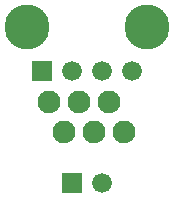
<source format=gbr>
G04 start of page 7 for group -4062 idx -4062 *
G04 Title: (unknown), soldermask *
G04 Creator: pcb 20110918 *
G04 CreationDate: Sun 03 Feb 2013 11:35:48 PM GMT UTC *
G04 For: petersen *
G04 Format: Gerber/RS-274X *
G04 PCB-Dimensions: 175000 175000 *
G04 PCB-Coordinate-Origin: lower left *
%MOIN*%
%FSLAX25Y25*%
%LNBOTTOMMASK*%
%ADD49C,0.1500*%
%ADD48C,0.0760*%
%ADD47C,0.0660*%
%ADD46C,0.0001*%
G54D46*G36*
X69200Y90800D02*Y84200D01*
X75800D01*
Y90800D01*
X69200D01*
G37*
G54D47*X82500Y87500D03*
X92500D03*
X102500D03*
G54D46*G36*
X79200Y53300D02*Y46700D01*
X85800D01*
Y53300D01*
X79200D01*
G37*
G54D47*X92500Y50000D03*
G54D48*X100000Y67000D03*
X90000D03*
X95000Y77000D03*
G54D49*X107500Y102000D03*
G54D48*X85000Y77000D03*
X80000Y67000D03*
X75000Y77000D03*
G54D49*X67500Y102000D03*
M02*

</source>
